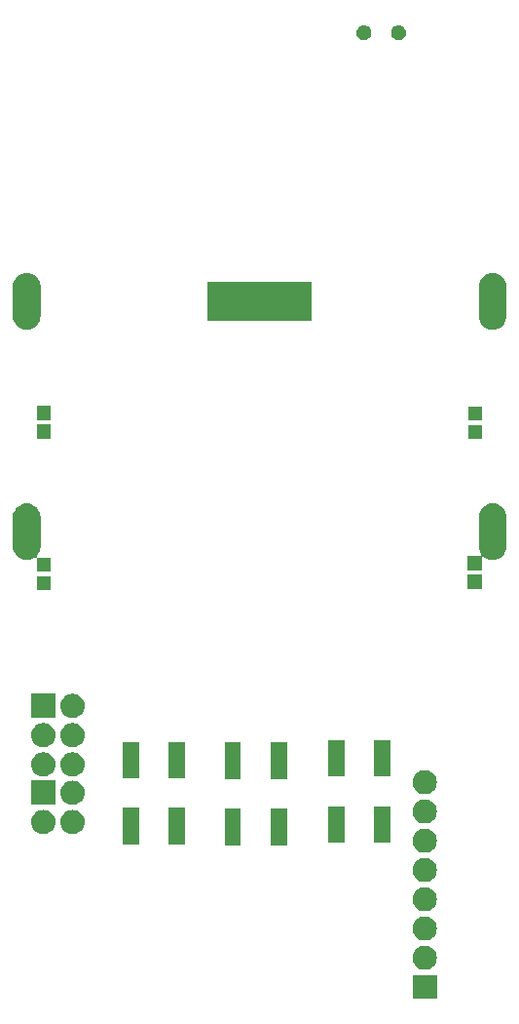
<source format=gbr>
G04 #@! TF.GenerationSoftware,KiCad,Pcbnew,5.0.1+dfsg1-3*
G04 #@! TF.CreationDate,2018-12-12T14:58:00+11:00*
G04 #@! TF.ProjectId,BSidesCBR2019,425369646573434252323031392E6B69,rev?*
G04 #@! TF.SameCoordinates,Original*
G04 #@! TF.FileFunction,Soldermask,Top*
G04 #@! TF.FilePolarity,Negative*
%FSLAX46Y46*%
G04 Gerber Fmt 4.6, Leading zero omitted, Abs format (unit mm)*
G04 Created by KiCad (PCBNEW 5.0.1+dfsg1-3) date Wed 12 Dec 2018 14:58:00 AEDT*
%MOMM*%
%LPD*%
G01*
G04 APERTURE LIST*
%ADD10C,0.100000*%
G04 APERTURE END LIST*
D10*
G36*
X74684600Y-134374600D02*
X72584600Y-134374600D01*
X72584600Y-132274600D01*
X74684600Y-132274600D01*
X74684600Y-134374600D01*
X74684600Y-134374600D01*
G37*
G36*
X73763307Y-129742197D02*
X73840436Y-129749793D01*
X73972387Y-129789820D01*
X74038363Y-129809833D01*
X74220772Y-129907333D01*
X74380654Y-130038546D01*
X74511867Y-130198428D01*
X74609367Y-130380837D01*
X74609367Y-130380838D01*
X74669407Y-130578764D01*
X74689680Y-130784600D01*
X74669407Y-130990436D01*
X74629380Y-131122387D01*
X74609367Y-131188363D01*
X74511867Y-131370772D01*
X74380654Y-131530654D01*
X74220772Y-131661867D01*
X74038363Y-131759367D01*
X73972387Y-131779380D01*
X73840436Y-131819407D01*
X73763307Y-131827003D01*
X73686180Y-131834600D01*
X73583020Y-131834600D01*
X73505893Y-131827003D01*
X73428764Y-131819407D01*
X73296813Y-131779380D01*
X73230837Y-131759367D01*
X73048428Y-131661867D01*
X72888546Y-131530654D01*
X72757333Y-131370772D01*
X72659833Y-131188363D01*
X72639820Y-131122387D01*
X72599793Y-130990436D01*
X72579520Y-130784600D01*
X72599793Y-130578764D01*
X72659833Y-130380838D01*
X72659833Y-130380837D01*
X72757333Y-130198428D01*
X72888546Y-130038546D01*
X73048428Y-129907333D01*
X73230837Y-129809833D01*
X73296813Y-129789820D01*
X73428764Y-129749793D01*
X73505893Y-129742197D01*
X73583020Y-129734600D01*
X73686180Y-129734600D01*
X73763307Y-129742197D01*
X73763307Y-129742197D01*
G37*
G36*
X73763307Y-127202197D02*
X73840436Y-127209793D01*
X73972387Y-127249820D01*
X74038363Y-127269833D01*
X74220772Y-127367333D01*
X74380654Y-127498546D01*
X74511867Y-127658428D01*
X74609367Y-127840837D01*
X74609367Y-127840838D01*
X74669407Y-128038764D01*
X74689680Y-128244600D01*
X74669407Y-128450436D01*
X74629380Y-128582387D01*
X74609367Y-128648363D01*
X74511867Y-128830772D01*
X74380654Y-128990654D01*
X74220772Y-129121867D01*
X74038363Y-129219367D01*
X73972387Y-129239380D01*
X73840436Y-129279407D01*
X73763307Y-129287003D01*
X73686180Y-129294600D01*
X73583020Y-129294600D01*
X73505893Y-129287003D01*
X73428764Y-129279407D01*
X73296813Y-129239380D01*
X73230837Y-129219367D01*
X73048428Y-129121867D01*
X72888546Y-128990654D01*
X72757333Y-128830772D01*
X72659833Y-128648363D01*
X72639820Y-128582387D01*
X72599793Y-128450436D01*
X72579520Y-128244600D01*
X72599793Y-128038764D01*
X72659833Y-127840838D01*
X72659833Y-127840837D01*
X72757333Y-127658428D01*
X72888546Y-127498546D01*
X73048428Y-127367333D01*
X73230837Y-127269833D01*
X73296813Y-127249820D01*
X73428764Y-127209793D01*
X73505893Y-127202197D01*
X73583020Y-127194600D01*
X73686180Y-127194600D01*
X73763307Y-127202197D01*
X73763307Y-127202197D01*
G37*
G36*
X73763307Y-124662197D02*
X73840436Y-124669793D01*
X73972387Y-124709820D01*
X74038363Y-124729833D01*
X74220772Y-124827333D01*
X74380654Y-124958546D01*
X74511867Y-125118428D01*
X74609367Y-125300837D01*
X74609367Y-125300838D01*
X74669407Y-125498764D01*
X74689680Y-125704600D01*
X74669407Y-125910436D01*
X74629380Y-126042387D01*
X74609367Y-126108363D01*
X74511867Y-126290772D01*
X74380654Y-126450654D01*
X74220772Y-126581867D01*
X74038363Y-126679367D01*
X73972387Y-126699380D01*
X73840436Y-126739407D01*
X73763307Y-126747003D01*
X73686180Y-126754600D01*
X73583020Y-126754600D01*
X73505893Y-126747003D01*
X73428764Y-126739407D01*
X73296813Y-126699380D01*
X73230837Y-126679367D01*
X73048428Y-126581867D01*
X72888546Y-126450654D01*
X72757333Y-126290772D01*
X72659833Y-126108363D01*
X72639820Y-126042387D01*
X72599793Y-125910436D01*
X72579520Y-125704600D01*
X72599793Y-125498764D01*
X72659833Y-125300838D01*
X72659833Y-125300837D01*
X72757333Y-125118428D01*
X72888546Y-124958546D01*
X73048428Y-124827333D01*
X73230837Y-124729833D01*
X73296813Y-124709820D01*
X73428764Y-124669793D01*
X73505893Y-124662197D01*
X73583020Y-124654600D01*
X73686180Y-124654600D01*
X73763307Y-124662197D01*
X73763307Y-124662197D01*
G37*
G36*
X73763307Y-122122196D02*
X73840436Y-122129793D01*
X73972387Y-122169820D01*
X74038363Y-122189833D01*
X74220772Y-122287333D01*
X74380654Y-122418546D01*
X74511867Y-122578428D01*
X74609367Y-122760837D01*
X74609367Y-122760838D01*
X74669407Y-122958764D01*
X74689680Y-123164600D01*
X74669407Y-123370436D01*
X74629380Y-123502387D01*
X74609367Y-123568363D01*
X74511867Y-123750772D01*
X74380654Y-123910654D01*
X74220772Y-124041867D01*
X74038363Y-124139367D01*
X73972387Y-124159380D01*
X73840436Y-124199407D01*
X73763307Y-124207004D01*
X73686180Y-124214600D01*
X73583020Y-124214600D01*
X73505893Y-124207004D01*
X73428764Y-124199407D01*
X73296813Y-124159380D01*
X73230837Y-124139367D01*
X73048428Y-124041867D01*
X72888546Y-123910654D01*
X72757333Y-123750772D01*
X72659833Y-123568363D01*
X72639820Y-123502387D01*
X72599793Y-123370436D01*
X72579520Y-123164600D01*
X72599793Y-122958764D01*
X72659833Y-122760838D01*
X72659833Y-122760837D01*
X72757333Y-122578428D01*
X72888546Y-122418546D01*
X73048428Y-122287333D01*
X73230837Y-122189833D01*
X73296813Y-122169820D01*
X73428764Y-122129793D01*
X73505893Y-122122196D01*
X73583020Y-122114600D01*
X73686180Y-122114600D01*
X73763307Y-122122196D01*
X73763307Y-122122196D01*
G37*
G36*
X73763307Y-119582196D02*
X73840436Y-119589793D01*
X73972387Y-119629820D01*
X74038363Y-119649833D01*
X74220772Y-119747333D01*
X74380654Y-119878546D01*
X74511867Y-120038428D01*
X74609367Y-120220837D01*
X74609367Y-120220838D01*
X74669407Y-120418764D01*
X74689680Y-120624600D01*
X74669407Y-120830436D01*
X74637870Y-120934400D01*
X74609367Y-121028363D01*
X74511867Y-121210772D01*
X74380654Y-121370654D01*
X74220772Y-121501867D01*
X74038363Y-121599367D01*
X73972387Y-121619380D01*
X73840436Y-121659407D01*
X73763307Y-121667004D01*
X73686180Y-121674600D01*
X73583020Y-121674600D01*
X73505893Y-121667004D01*
X73428764Y-121659407D01*
X73296813Y-121619380D01*
X73230837Y-121599367D01*
X73048428Y-121501867D01*
X72888546Y-121370654D01*
X72757333Y-121210772D01*
X72659833Y-121028363D01*
X72631330Y-120934400D01*
X72599793Y-120830436D01*
X72579520Y-120624600D01*
X72599793Y-120418764D01*
X72659833Y-120220838D01*
X72659833Y-120220837D01*
X72757333Y-120038428D01*
X72888546Y-119878546D01*
X73048428Y-119747333D01*
X73230837Y-119649833D01*
X73296813Y-119629820D01*
X73428764Y-119589793D01*
X73505893Y-119582196D01*
X73583020Y-119574600D01*
X73686180Y-119574600D01*
X73763307Y-119582196D01*
X73763307Y-119582196D01*
G37*
G36*
X57646800Y-121005800D02*
X56246800Y-121005800D01*
X56246800Y-117855800D01*
X57646800Y-117855800D01*
X57646800Y-121005800D01*
X57646800Y-121005800D01*
G37*
G36*
X61646800Y-121005800D02*
X60246800Y-121005800D01*
X60246800Y-117855800D01*
X61646800Y-117855800D01*
X61646800Y-121005800D01*
X61646800Y-121005800D01*
G37*
G36*
X52788800Y-120934400D02*
X51388800Y-120934400D01*
X51388800Y-117784400D01*
X52788800Y-117784400D01*
X52788800Y-120934400D01*
X52788800Y-120934400D01*
G37*
G36*
X48788800Y-120934400D02*
X47388800Y-120934400D01*
X47388800Y-117784400D01*
X48788800Y-117784400D01*
X48788800Y-120934400D01*
X48788800Y-120934400D01*
G37*
G36*
X66638400Y-120802600D02*
X65238400Y-120802600D01*
X65238400Y-117652600D01*
X66638400Y-117652600D01*
X66638400Y-120802600D01*
X66638400Y-120802600D01*
G37*
G36*
X70638400Y-120802600D02*
X69238400Y-120802600D01*
X69238400Y-117652600D01*
X70638400Y-117652600D01*
X70638400Y-120802600D01*
X70638400Y-120802600D01*
G37*
G36*
X40588707Y-117957596D02*
X40665836Y-117965193D01*
X40797787Y-118005220D01*
X40863763Y-118025233D01*
X41046172Y-118122733D01*
X41206054Y-118253946D01*
X41337267Y-118413828D01*
X41434767Y-118596237D01*
X41434767Y-118596238D01*
X41494807Y-118794164D01*
X41515080Y-119000000D01*
X41494807Y-119205836D01*
X41454780Y-119337787D01*
X41434767Y-119403763D01*
X41337267Y-119586172D01*
X41206054Y-119746054D01*
X41046172Y-119877267D01*
X40863763Y-119974767D01*
X40797787Y-119994780D01*
X40665836Y-120034807D01*
X40588707Y-120042404D01*
X40511580Y-120050000D01*
X40408420Y-120050000D01*
X40331293Y-120042404D01*
X40254164Y-120034807D01*
X40122213Y-119994780D01*
X40056237Y-119974767D01*
X39873828Y-119877267D01*
X39713946Y-119746054D01*
X39582733Y-119586172D01*
X39485233Y-119403763D01*
X39465220Y-119337787D01*
X39425193Y-119205836D01*
X39404920Y-119000000D01*
X39425193Y-118794164D01*
X39485233Y-118596238D01*
X39485233Y-118596237D01*
X39582733Y-118413828D01*
X39713946Y-118253946D01*
X39873828Y-118122733D01*
X40056237Y-118025233D01*
X40122213Y-118005220D01*
X40254164Y-117965193D01*
X40331293Y-117957596D01*
X40408420Y-117950000D01*
X40511580Y-117950000D01*
X40588707Y-117957596D01*
X40588707Y-117957596D01*
G37*
G36*
X43128707Y-117957596D02*
X43205836Y-117965193D01*
X43337787Y-118005220D01*
X43403763Y-118025233D01*
X43586172Y-118122733D01*
X43746054Y-118253946D01*
X43877267Y-118413828D01*
X43974767Y-118596237D01*
X43974767Y-118596238D01*
X44034807Y-118794164D01*
X44055080Y-119000000D01*
X44034807Y-119205836D01*
X43994780Y-119337787D01*
X43974767Y-119403763D01*
X43877267Y-119586172D01*
X43746054Y-119746054D01*
X43586172Y-119877267D01*
X43403763Y-119974767D01*
X43337787Y-119994780D01*
X43205836Y-120034807D01*
X43128707Y-120042404D01*
X43051580Y-120050000D01*
X42948420Y-120050000D01*
X42871293Y-120042404D01*
X42794164Y-120034807D01*
X42662213Y-119994780D01*
X42596237Y-119974767D01*
X42413828Y-119877267D01*
X42253946Y-119746054D01*
X42122733Y-119586172D01*
X42025233Y-119403763D01*
X42005220Y-119337787D01*
X41965193Y-119205836D01*
X41944920Y-119000000D01*
X41965193Y-118794164D01*
X42025233Y-118596238D01*
X42025233Y-118596237D01*
X42122733Y-118413828D01*
X42253946Y-118253946D01*
X42413828Y-118122733D01*
X42596237Y-118025233D01*
X42662213Y-118005220D01*
X42794164Y-117965193D01*
X42871293Y-117957596D01*
X42948420Y-117950000D01*
X43051580Y-117950000D01*
X43128707Y-117957596D01*
X43128707Y-117957596D01*
G37*
G36*
X73763307Y-117042196D02*
X73840436Y-117049793D01*
X73972387Y-117089820D01*
X74038363Y-117109833D01*
X74220772Y-117207333D01*
X74380654Y-117338546D01*
X74511867Y-117498428D01*
X74609367Y-117680837D01*
X74609367Y-117680838D01*
X74669407Y-117878764D01*
X74689680Y-118084600D01*
X74669407Y-118290436D01*
X74631977Y-118413828D01*
X74609367Y-118488363D01*
X74511867Y-118670772D01*
X74380654Y-118830654D01*
X74220772Y-118961867D01*
X74038363Y-119059367D01*
X73972387Y-119079380D01*
X73840436Y-119119407D01*
X73763307Y-119127003D01*
X73686180Y-119134600D01*
X73583020Y-119134600D01*
X73505893Y-119127003D01*
X73428764Y-119119407D01*
X73296813Y-119079380D01*
X73230837Y-119059367D01*
X73048428Y-118961867D01*
X72888546Y-118830654D01*
X72757333Y-118670772D01*
X72659833Y-118488363D01*
X72637223Y-118413828D01*
X72599793Y-118290436D01*
X72579520Y-118084600D01*
X72599793Y-117878764D01*
X72659833Y-117680838D01*
X72659833Y-117680837D01*
X72757333Y-117498428D01*
X72888546Y-117338546D01*
X73048428Y-117207333D01*
X73230837Y-117109833D01*
X73296813Y-117089820D01*
X73428764Y-117049793D01*
X73505893Y-117042196D01*
X73583020Y-117034600D01*
X73686180Y-117034600D01*
X73763307Y-117042196D01*
X73763307Y-117042196D01*
G37*
G36*
X41510000Y-117510000D02*
X39410000Y-117510000D01*
X39410000Y-115410000D01*
X41510000Y-115410000D01*
X41510000Y-117510000D01*
X41510000Y-117510000D01*
G37*
G36*
X43128707Y-115417597D02*
X43205836Y-115425193D01*
X43337787Y-115465220D01*
X43403763Y-115485233D01*
X43586172Y-115582733D01*
X43746054Y-115713946D01*
X43877267Y-115873828D01*
X43974767Y-116056237D01*
X43974767Y-116056238D01*
X44034807Y-116254164D01*
X44055080Y-116460000D01*
X44034807Y-116665836D01*
X43994780Y-116797787D01*
X43974767Y-116863763D01*
X43877267Y-117046172D01*
X43746054Y-117206054D01*
X43586172Y-117337267D01*
X43403763Y-117434767D01*
X43337787Y-117454780D01*
X43205836Y-117494807D01*
X43128707Y-117502404D01*
X43051580Y-117510000D01*
X42948420Y-117510000D01*
X42871293Y-117502404D01*
X42794164Y-117494807D01*
X42662213Y-117454780D01*
X42596237Y-117434767D01*
X42413828Y-117337267D01*
X42253946Y-117206054D01*
X42122733Y-117046172D01*
X42025233Y-116863763D01*
X42005220Y-116797787D01*
X41965193Y-116665836D01*
X41944920Y-116460000D01*
X41965193Y-116254164D01*
X42025233Y-116056238D01*
X42025233Y-116056237D01*
X42122733Y-115873828D01*
X42253946Y-115713946D01*
X42413828Y-115582733D01*
X42596237Y-115485233D01*
X42662213Y-115465220D01*
X42794164Y-115425193D01*
X42871293Y-115417597D01*
X42948420Y-115410000D01*
X43051580Y-115410000D01*
X43128707Y-115417597D01*
X43128707Y-115417597D01*
G37*
G36*
X73763307Y-114502197D02*
X73840436Y-114509793D01*
X73972387Y-114549820D01*
X74038363Y-114569833D01*
X74220772Y-114667333D01*
X74380654Y-114798546D01*
X74511867Y-114958428D01*
X74609367Y-115140837D01*
X74609367Y-115140838D01*
X74669407Y-115338764D01*
X74689680Y-115544600D01*
X74669407Y-115750436D01*
X74631977Y-115873828D01*
X74609367Y-115948363D01*
X74511867Y-116130772D01*
X74380654Y-116290654D01*
X74220772Y-116421867D01*
X74038363Y-116519367D01*
X73972387Y-116539380D01*
X73840436Y-116579407D01*
X73763307Y-116587003D01*
X73686180Y-116594600D01*
X73583020Y-116594600D01*
X73505893Y-116587003D01*
X73428764Y-116579407D01*
X73296813Y-116539380D01*
X73230837Y-116519367D01*
X73048428Y-116421867D01*
X72888546Y-116290654D01*
X72757333Y-116130772D01*
X72659833Y-115948363D01*
X72637223Y-115873828D01*
X72599793Y-115750436D01*
X72579520Y-115544600D01*
X72599793Y-115338764D01*
X72659833Y-115140838D01*
X72659833Y-115140837D01*
X72757333Y-114958428D01*
X72888546Y-114798546D01*
X73048428Y-114667333D01*
X73230837Y-114569833D01*
X73296813Y-114549820D01*
X73428764Y-114509793D01*
X73505893Y-114502197D01*
X73583020Y-114494600D01*
X73686180Y-114494600D01*
X73763307Y-114502197D01*
X73763307Y-114502197D01*
G37*
G36*
X57646800Y-115255800D02*
X56246800Y-115255800D01*
X56246800Y-112105800D01*
X57646800Y-112105800D01*
X57646800Y-115255800D01*
X57646800Y-115255800D01*
G37*
G36*
X61646800Y-115255800D02*
X60246800Y-115255800D01*
X60246800Y-112105800D01*
X61646800Y-112105800D01*
X61646800Y-115255800D01*
X61646800Y-115255800D01*
G37*
G36*
X48788800Y-115184400D02*
X47388800Y-115184400D01*
X47388800Y-112034400D01*
X48788800Y-112034400D01*
X48788800Y-115184400D01*
X48788800Y-115184400D01*
G37*
G36*
X52788800Y-115184400D02*
X51388800Y-115184400D01*
X51388800Y-112034400D01*
X52788800Y-112034400D01*
X52788800Y-115184400D01*
X52788800Y-115184400D01*
G37*
G36*
X66638400Y-115052600D02*
X65238400Y-115052600D01*
X65238400Y-111902600D01*
X66638400Y-111902600D01*
X66638400Y-115052600D01*
X66638400Y-115052600D01*
G37*
G36*
X70638400Y-115052600D02*
X69238400Y-115052600D01*
X69238400Y-111902600D01*
X70638400Y-111902600D01*
X70638400Y-115052600D01*
X70638400Y-115052600D01*
G37*
G36*
X43128707Y-112957596D02*
X43205836Y-112965193D01*
X43337787Y-113005220D01*
X43403763Y-113025233D01*
X43586172Y-113122733D01*
X43746054Y-113253946D01*
X43877267Y-113413828D01*
X43974767Y-113596237D01*
X43974767Y-113596238D01*
X44034807Y-113794164D01*
X44055080Y-114000000D01*
X44034807Y-114205836D01*
X43994780Y-114337787D01*
X43974767Y-114403763D01*
X43877267Y-114586172D01*
X43746054Y-114746054D01*
X43586172Y-114877267D01*
X43403763Y-114974767D01*
X43337787Y-114994780D01*
X43205836Y-115034807D01*
X43128707Y-115042403D01*
X43051580Y-115050000D01*
X42948420Y-115050000D01*
X42871293Y-115042403D01*
X42794164Y-115034807D01*
X42662213Y-114994780D01*
X42596237Y-114974767D01*
X42413828Y-114877267D01*
X42253946Y-114746054D01*
X42122733Y-114586172D01*
X42025233Y-114403763D01*
X42005220Y-114337787D01*
X41965193Y-114205836D01*
X41944920Y-114000000D01*
X41965193Y-113794164D01*
X42025233Y-113596238D01*
X42025233Y-113596237D01*
X42122733Y-113413828D01*
X42253946Y-113253946D01*
X42413828Y-113122733D01*
X42596237Y-113025233D01*
X42662213Y-113005220D01*
X42794164Y-112965193D01*
X42871293Y-112957596D01*
X42948420Y-112950000D01*
X43051580Y-112950000D01*
X43128707Y-112957596D01*
X43128707Y-112957596D01*
G37*
G36*
X40588707Y-112957596D02*
X40665836Y-112965193D01*
X40797787Y-113005220D01*
X40863763Y-113025233D01*
X41046172Y-113122733D01*
X41206054Y-113253946D01*
X41337267Y-113413828D01*
X41434767Y-113596237D01*
X41434767Y-113596238D01*
X41494807Y-113794164D01*
X41515080Y-114000000D01*
X41494807Y-114205836D01*
X41454780Y-114337787D01*
X41434767Y-114403763D01*
X41337267Y-114586172D01*
X41206054Y-114746054D01*
X41046172Y-114877267D01*
X40863763Y-114974767D01*
X40797787Y-114994780D01*
X40665836Y-115034807D01*
X40588707Y-115042403D01*
X40511580Y-115050000D01*
X40408420Y-115050000D01*
X40331293Y-115042403D01*
X40254164Y-115034807D01*
X40122213Y-114994780D01*
X40056237Y-114974767D01*
X39873828Y-114877267D01*
X39713946Y-114746054D01*
X39582733Y-114586172D01*
X39485233Y-114403763D01*
X39465220Y-114337787D01*
X39425193Y-114205836D01*
X39404920Y-114000000D01*
X39425193Y-113794164D01*
X39485233Y-113596238D01*
X39485233Y-113596237D01*
X39582733Y-113413828D01*
X39713946Y-113253946D01*
X39873828Y-113122733D01*
X40056237Y-113025233D01*
X40122213Y-113005220D01*
X40254164Y-112965193D01*
X40331293Y-112957596D01*
X40408420Y-112950000D01*
X40511580Y-112950000D01*
X40588707Y-112957596D01*
X40588707Y-112957596D01*
G37*
G36*
X40588707Y-110417597D02*
X40665836Y-110425193D01*
X40797787Y-110465220D01*
X40863763Y-110485233D01*
X41046172Y-110582733D01*
X41206054Y-110713946D01*
X41337267Y-110873828D01*
X41434767Y-111056237D01*
X41434767Y-111056238D01*
X41494807Y-111254164D01*
X41515080Y-111460000D01*
X41494807Y-111665836D01*
X41454780Y-111797787D01*
X41434767Y-111863763D01*
X41337267Y-112046172D01*
X41206054Y-112206054D01*
X41046172Y-112337267D01*
X40863763Y-112434767D01*
X40797787Y-112454780D01*
X40665836Y-112494807D01*
X40588707Y-112502403D01*
X40511580Y-112510000D01*
X40408420Y-112510000D01*
X40331293Y-112502403D01*
X40254164Y-112494807D01*
X40122213Y-112454780D01*
X40056237Y-112434767D01*
X39873828Y-112337267D01*
X39713946Y-112206054D01*
X39582733Y-112046172D01*
X39485233Y-111863763D01*
X39465220Y-111797787D01*
X39425193Y-111665836D01*
X39404920Y-111460000D01*
X39425193Y-111254164D01*
X39485233Y-111056238D01*
X39485233Y-111056237D01*
X39582733Y-110873828D01*
X39713946Y-110713946D01*
X39873828Y-110582733D01*
X40056237Y-110485233D01*
X40122213Y-110465220D01*
X40254164Y-110425193D01*
X40331293Y-110417597D01*
X40408420Y-110410000D01*
X40511580Y-110410000D01*
X40588707Y-110417597D01*
X40588707Y-110417597D01*
G37*
G36*
X43128707Y-110417597D02*
X43205836Y-110425193D01*
X43337787Y-110465220D01*
X43403763Y-110485233D01*
X43586172Y-110582733D01*
X43746054Y-110713946D01*
X43877267Y-110873828D01*
X43974767Y-111056237D01*
X43974767Y-111056238D01*
X44034807Y-111254164D01*
X44055080Y-111460000D01*
X44034807Y-111665836D01*
X43994780Y-111797787D01*
X43974767Y-111863763D01*
X43877267Y-112046172D01*
X43746054Y-112206054D01*
X43586172Y-112337267D01*
X43403763Y-112434767D01*
X43337787Y-112454780D01*
X43205836Y-112494807D01*
X43128707Y-112502403D01*
X43051580Y-112510000D01*
X42948420Y-112510000D01*
X42871293Y-112502403D01*
X42794164Y-112494807D01*
X42662213Y-112454780D01*
X42596237Y-112434767D01*
X42413828Y-112337267D01*
X42253946Y-112206054D01*
X42122733Y-112046172D01*
X42025233Y-111863763D01*
X42005220Y-111797787D01*
X41965193Y-111665836D01*
X41944920Y-111460000D01*
X41965193Y-111254164D01*
X42025233Y-111056238D01*
X42025233Y-111056237D01*
X42122733Y-110873828D01*
X42253946Y-110713946D01*
X42413828Y-110582733D01*
X42596237Y-110485233D01*
X42662213Y-110465220D01*
X42794164Y-110425193D01*
X42871293Y-110417597D01*
X42948420Y-110410000D01*
X43051580Y-110410000D01*
X43128707Y-110417597D01*
X43128707Y-110417597D01*
G37*
G36*
X43128707Y-107877597D02*
X43205836Y-107885193D01*
X43337787Y-107925220D01*
X43403763Y-107945233D01*
X43586172Y-108042733D01*
X43746054Y-108173946D01*
X43877267Y-108333828D01*
X43974767Y-108516237D01*
X43974767Y-108516238D01*
X44034807Y-108714164D01*
X44055080Y-108920000D01*
X44034807Y-109125836D01*
X43994780Y-109257787D01*
X43974767Y-109323763D01*
X43877267Y-109506172D01*
X43746054Y-109666054D01*
X43586172Y-109797267D01*
X43403763Y-109894767D01*
X43337787Y-109914780D01*
X43205836Y-109954807D01*
X43128707Y-109962403D01*
X43051580Y-109970000D01*
X42948420Y-109970000D01*
X42871293Y-109962403D01*
X42794164Y-109954807D01*
X42662213Y-109914780D01*
X42596237Y-109894767D01*
X42413828Y-109797267D01*
X42253946Y-109666054D01*
X42122733Y-109506172D01*
X42025233Y-109323763D01*
X42005220Y-109257787D01*
X41965193Y-109125836D01*
X41944920Y-108920000D01*
X41965193Y-108714164D01*
X42025233Y-108516238D01*
X42025233Y-108516237D01*
X42122733Y-108333828D01*
X42253946Y-108173946D01*
X42413828Y-108042733D01*
X42596237Y-107945233D01*
X42662213Y-107925220D01*
X42794164Y-107885193D01*
X42871293Y-107877597D01*
X42948420Y-107870000D01*
X43051580Y-107870000D01*
X43128707Y-107877597D01*
X43128707Y-107877597D01*
G37*
G36*
X41510000Y-109970000D02*
X39410000Y-109970000D01*
X39410000Y-107870000D01*
X41510000Y-107870000D01*
X41510000Y-109970000D01*
X41510000Y-109970000D01*
G37*
G36*
X41130000Y-98860000D02*
X39930000Y-98860000D01*
X39930000Y-97660000D01*
X41130000Y-97660000D01*
X41130000Y-98860000D01*
X41130000Y-98860000D01*
G37*
G36*
X78580000Y-98740000D02*
X77380000Y-98740000D01*
X77380000Y-97540000D01*
X78580000Y-97540000D01*
X78580000Y-98740000D01*
X78580000Y-98740000D01*
G37*
G36*
X39265240Y-91367363D02*
X39491441Y-91435981D01*
X39491443Y-91435982D01*
X39491446Y-91435983D01*
X39699905Y-91547406D01*
X39699908Y-91547408D01*
X39699909Y-91547409D01*
X39882634Y-91697366D01*
X39882635Y-91697368D01*
X39882637Y-91697369D01*
X40032592Y-91880090D01*
X40144017Y-92088553D01*
X40144017Y-92088554D01*
X40144019Y-92088558D01*
X40212637Y-92314759D01*
X40230000Y-92491050D01*
X40230000Y-95108950D01*
X40212637Y-95285241D01*
X40144019Y-95511442D01*
X40144017Y-95511447D01*
X40032592Y-95719910D01*
X39921151Y-95855701D01*
X39907537Y-95876075D01*
X39898159Y-95898715D01*
X39893379Y-95922748D01*
X39893379Y-95947252D01*
X39898159Y-95971286D01*
X39907537Y-95993925D01*
X39921151Y-96014299D01*
X39938478Y-96031626D01*
X39958852Y-96045240D01*
X39981492Y-96054618D01*
X40017777Y-96060000D01*
X41130000Y-96060000D01*
X41130000Y-97260000D01*
X39930000Y-97260000D01*
X39930000Y-96128052D01*
X39927598Y-96103666D01*
X39920485Y-96080217D01*
X39908934Y-96058606D01*
X39893388Y-96039664D01*
X39874446Y-96024118D01*
X39852835Y-96012567D01*
X39829386Y-96005454D01*
X39805000Y-96003052D01*
X39780614Y-96005454D01*
X39757165Y-96012567D01*
X39725702Y-96031425D01*
X39699910Y-96052592D01*
X39491447Y-96164017D01*
X39491444Y-96164018D01*
X39491442Y-96164019D01*
X39265241Y-96232637D01*
X39030000Y-96255806D01*
X38794760Y-96232637D01*
X38568559Y-96164019D01*
X38568557Y-96164018D01*
X38568554Y-96164017D01*
X38360091Y-96052592D01*
X38177367Y-95902634D01*
X38027409Y-95719910D01*
X37915984Y-95511447D01*
X37915982Y-95511442D01*
X37847364Y-95285241D01*
X37830001Y-95108950D01*
X37830000Y-92491051D01*
X37847363Y-92314760D01*
X37915981Y-92088559D01*
X37915982Y-92088557D01*
X37915983Y-92088554D01*
X38027406Y-91880095D01*
X38177364Y-91697369D01*
X38177366Y-91697366D01*
X38177368Y-91697365D01*
X38177369Y-91697363D01*
X38360090Y-91547408D01*
X38568553Y-91435983D01*
X38568556Y-91435982D01*
X38568558Y-91435981D01*
X38794759Y-91367363D01*
X39030000Y-91344194D01*
X39265240Y-91367363D01*
X39265240Y-91367363D01*
G37*
G36*
X79765240Y-91367363D02*
X79991441Y-91435981D01*
X79991443Y-91435982D01*
X79991446Y-91435983D01*
X80199905Y-91547406D01*
X80199908Y-91547408D01*
X80199909Y-91547409D01*
X80382634Y-91697366D01*
X80382635Y-91697368D01*
X80382637Y-91697369D01*
X80532592Y-91880090D01*
X80644017Y-92088553D01*
X80644017Y-92088554D01*
X80644019Y-92088558D01*
X80712637Y-92314759D01*
X80730000Y-92491050D01*
X80730000Y-95108950D01*
X80712637Y-95285241D01*
X80644019Y-95511442D01*
X80644017Y-95511447D01*
X80532592Y-95719910D01*
X80382634Y-95902634D01*
X80199910Y-96052592D01*
X79991447Y-96164017D01*
X79991444Y-96164018D01*
X79991442Y-96164019D01*
X79765241Y-96232637D01*
X79530000Y-96255806D01*
X79294760Y-96232637D01*
X79068559Y-96164019D01*
X79068557Y-96164018D01*
X79068554Y-96164017D01*
X78860091Y-96052592D01*
X78784299Y-95990391D01*
X78763924Y-95976777D01*
X78741285Y-95967399D01*
X78717252Y-95962619D01*
X78692748Y-95962619D01*
X78668714Y-95967400D01*
X78646075Y-95976777D01*
X78625701Y-95990391D01*
X78608374Y-96007718D01*
X78594760Y-96028093D01*
X78585382Y-96050732D01*
X78580000Y-96087017D01*
X78580000Y-97140000D01*
X77380000Y-97140000D01*
X77380000Y-95940000D01*
X78443743Y-95940000D01*
X78468129Y-95937598D01*
X78491578Y-95930485D01*
X78513189Y-95918934D01*
X78532131Y-95903388D01*
X78547677Y-95884446D01*
X78559228Y-95862835D01*
X78566341Y-95839386D01*
X78568743Y-95815000D01*
X78566341Y-95790614D01*
X78559228Y-95767165D01*
X78547677Y-95745554D01*
X78540374Y-95735707D01*
X78527410Y-95719910D01*
X78527409Y-95719909D01*
X78527407Y-95719906D01*
X78415984Y-95511447D01*
X78415982Y-95511442D01*
X78347364Y-95285241D01*
X78330001Y-95108950D01*
X78330000Y-92491051D01*
X78347363Y-92314760D01*
X78415981Y-92088559D01*
X78415982Y-92088557D01*
X78415983Y-92088554D01*
X78527406Y-91880095D01*
X78677364Y-91697369D01*
X78677366Y-91697366D01*
X78677368Y-91697365D01*
X78677369Y-91697363D01*
X78860090Y-91547408D01*
X79068553Y-91435983D01*
X79068556Y-91435982D01*
X79068558Y-91435981D01*
X79294759Y-91367363D01*
X79530000Y-91344194D01*
X79765240Y-91367363D01*
X79765240Y-91367363D01*
G37*
G36*
X78630000Y-85770000D02*
X77430000Y-85770000D01*
X77430000Y-84570000D01*
X78630000Y-84570000D01*
X78630000Y-85770000D01*
X78630000Y-85770000D01*
G37*
G36*
X41140000Y-85700000D02*
X39940000Y-85700000D01*
X39940000Y-84500000D01*
X41140000Y-84500000D01*
X41140000Y-85700000D01*
X41140000Y-85700000D01*
G37*
G36*
X78630000Y-84170000D02*
X77430000Y-84170000D01*
X77430000Y-82970000D01*
X78630000Y-82970000D01*
X78630000Y-84170000D01*
X78630000Y-84170000D01*
G37*
G36*
X41140000Y-84100000D02*
X39940000Y-84100000D01*
X39940000Y-82900000D01*
X41140000Y-82900000D01*
X41140000Y-84100000D01*
X41140000Y-84100000D01*
G37*
G36*
X79765240Y-71367363D02*
X79991441Y-71435981D01*
X79991443Y-71435982D01*
X79991446Y-71435983D01*
X80199905Y-71547406D01*
X80199908Y-71547408D01*
X80199909Y-71547409D01*
X80382634Y-71697366D01*
X80382635Y-71697368D01*
X80382637Y-71697369D01*
X80532592Y-71880090D01*
X80644017Y-72088553D01*
X80644017Y-72088554D01*
X80644019Y-72088558D01*
X80712637Y-72314759D01*
X80730000Y-72491050D01*
X80730000Y-75108950D01*
X80712637Y-75285241D01*
X80644019Y-75511442D01*
X80644017Y-75511447D01*
X80532592Y-75719910D01*
X80382634Y-75902634D01*
X80199910Y-76052592D01*
X79991447Y-76164017D01*
X79991444Y-76164018D01*
X79991442Y-76164019D01*
X79765241Y-76232637D01*
X79530000Y-76255806D01*
X79294760Y-76232637D01*
X79068559Y-76164019D01*
X79068557Y-76164018D01*
X79068554Y-76164017D01*
X78860091Y-76052592D01*
X78677367Y-75902634D01*
X78527409Y-75719910D01*
X78415984Y-75511447D01*
X78415982Y-75511442D01*
X78347364Y-75285241D01*
X78330001Y-75108950D01*
X78330000Y-72491051D01*
X78347363Y-72314760D01*
X78415981Y-72088559D01*
X78415982Y-72088557D01*
X78415983Y-72088554D01*
X78527406Y-71880095D01*
X78677364Y-71697369D01*
X78677366Y-71697366D01*
X78677368Y-71697365D01*
X78677369Y-71697363D01*
X78860090Y-71547408D01*
X79068553Y-71435983D01*
X79068556Y-71435982D01*
X79068558Y-71435981D01*
X79294759Y-71367363D01*
X79530000Y-71344194D01*
X79765240Y-71367363D01*
X79765240Y-71367363D01*
G37*
G36*
X39265240Y-71367363D02*
X39491441Y-71435981D01*
X39491443Y-71435982D01*
X39491446Y-71435983D01*
X39699905Y-71547406D01*
X39699908Y-71547408D01*
X39699909Y-71547409D01*
X39882634Y-71697366D01*
X39882635Y-71697368D01*
X39882637Y-71697369D01*
X40032592Y-71880090D01*
X40144017Y-72088553D01*
X40144017Y-72088554D01*
X40144019Y-72088558D01*
X40212637Y-72314759D01*
X40230000Y-72491050D01*
X40230000Y-75108950D01*
X40212637Y-75285241D01*
X40144019Y-75511442D01*
X40144017Y-75511447D01*
X40032592Y-75719910D01*
X39882634Y-75902634D01*
X39699910Y-76052592D01*
X39491447Y-76164017D01*
X39491444Y-76164018D01*
X39491442Y-76164019D01*
X39265241Y-76232637D01*
X39030000Y-76255806D01*
X38794760Y-76232637D01*
X38568559Y-76164019D01*
X38568557Y-76164018D01*
X38568554Y-76164017D01*
X38360091Y-76052592D01*
X38177367Y-75902634D01*
X38027409Y-75719910D01*
X37915984Y-75511447D01*
X37915982Y-75511442D01*
X37847364Y-75285241D01*
X37830001Y-75108950D01*
X37830000Y-72491051D01*
X37847363Y-72314760D01*
X37915981Y-72088559D01*
X37915982Y-72088557D01*
X37915983Y-72088554D01*
X38027406Y-71880095D01*
X38177364Y-71697369D01*
X38177366Y-71697366D01*
X38177368Y-71697365D01*
X38177369Y-71697363D01*
X38360090Y-71547408D01*
X38568553Y-71435983D01*
X38568556Y-71435982D01*
X38568558Y-71435981D01*
X38794759Y-71367363D01*
X39030000Y-71344194D01*
X39265240Y-71367363D01*
X39265240Y-71367363D01*
G37*
G36*
X63780000Y-75500000D02*
X54780000Y-75500000D01*
X54780000Y-72100000D01*
X63780000Y-72100000D01*
X63780000Y-75500000D01*
X63780000Y-75500000D01*
G37*
G36*
X71497738Y-49836653D02*
X71539598Y-49844979D01*
X71574245Y-49859330D01*
X71657890Y-49893977D01*
X71764354Y-49965114D01*
X71854886Y-50055646D01*
X71926023Y-50162110D01*
X71975021Y-50280403D01*
X72000000Y-50405979D01*
X72000000Y-50534021D01*
X71975021Y-50659597D01*
X71926023Y-50777890D01*
X71854886Y-50884354D01*
X71764354Y-50974886D01*
X71657890Y-51046023D01*
X71574245Y-51080670D01*
X71539598Y-51095021D01*
X71497738Y-51103347D01*
X71414021Y-51120000D01*
X71285979Y-51120000D01*
X71202262Y-51103347D01*
X71160402Y-51095021D01*
X71125755Y-51080670D01*
X71042110Y-51046023D01*
X70935646Y-50974886D01*
X70845114Y-50884354D01*
X70773977Y-50777890D01*
X70724979Y-50659597D01*
X70700000Y-50534021D01*
X70700000Y-50405979D01*
X70724979Y-50280403D01*
X70773977Y-50162110D01*
X70845114Y-50055646D01*
X70935646Y-49965114D01*
X71042110Y-49893977D01*
X71125755Y-49859330D01*
X71160402Y-49844979D01*
X71202262Y-49836653D01*
X71285979Y-49820000D01*
X71414021Y-49820000D01*
X71497738Y-49836653D01*
X71497738Y-49836653D01*
G37*
G36*
X68497738Y-49836653D02*
X68539598Y-49844979D01*
X68574245Y-49859330D01*
X68657890Y-49893977D01*
X68764354Y-49965114D01*
X68854886Y-50055646D01*
X68926023Y-50162110D01*
X68975021Y-50280403D01*
X69000000Y-50405979D01*
X69000000Y-50534021D01*
X68975021Y-50659597D01*
X68926023Y-50777890D01*
X68854886Y-50884354D01*
X68764354Y-50974886D01*
X68657890Y-51046023D01*
X68574245Y-51080670D01*
X68539598Y-51095021D01*
X68497738Y-51103347D01*
X68414021Y-51120000D01*
X68285979Y-51120000D01*
X68202262Y-51103347D01*
X68160402Y-51095021D01*
X68125755Y-51080670D01*
X68042110Y-51046023D01*
X67935646Y-50974886D01*
X67845114Y-50884354D01*
X67773977Y-50777890D01*
X67724979Y-50659597D01*
X67700000Y-50534021D01*
X67700000Y-50405979D01*
X67724979Y-50280403D01*
X67773977Y-50162110D01*
X67845114Y-50055646D01*
X67935646Y-49965114D01*
X68042110Y-49893977D01*
X68125755Y-49859330D01*
X68160402Y-49844979D01*
X68202262Y-49836653D01*
X68285979Y-49820000D01*
X68414021Y-49820000D01*
X68497738Y-49836653D01*
X68497738Y-49836653D01*
G37*
M02*

</source>
